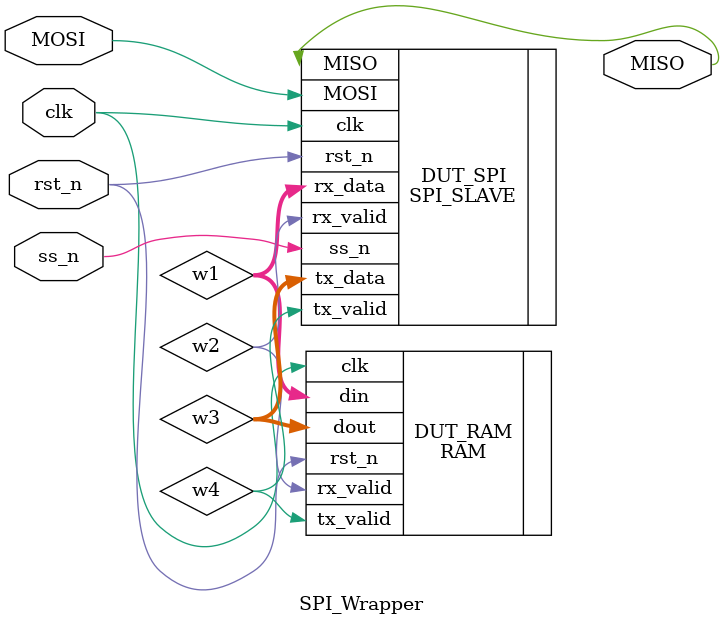
<source format=v>
module SPI_Wrapper (input clk,rst_n,ss_n,MOSI, output MISO);
parameter MEM_DEPTH=256, ADDR_SIZE=8;
wire [ADDR_SIZE+1:0] w1;
wire [ADDR_SIZE-1:0] w3;
wire w2,w4;

/*module SPI_SLAVE (input clk,rst_n,ss_n,MOSI,tx_valid, input[7:0] tx_data,
output reg MISO,rx_valid, output reg [9:0] rx_data);*/

SPI_SLAVE DUT_SPI(.clk(clk),.rst_n(rst_n),.ss_n(ss_n),.MOSI(MOSI),.tx_valid(w4),.tx_data(w3),.MISO(MISO),.rx_valid(w2),.rx_data(w1));

/*module RAM #(parameter MEM_DEPTH=256, ADDR_SIZE=8)
(input [ADDR_SIZE+1:0] din, input clk,rst_n,rx_valid, output reg [ADDR_SIZE-1:0] dout, output reg tx_valid);*/

RAM #(.MEM_DEPTH(MEM_DEPTH),.ADDR_SIZE(ADDR_SIZE)) DUT_RAM(.din(w1),.clk(clk),.rst_n(rst_n),.rx_valid(w2), .dout(w3),.tx_valid(w4));

endmodule
</source>
